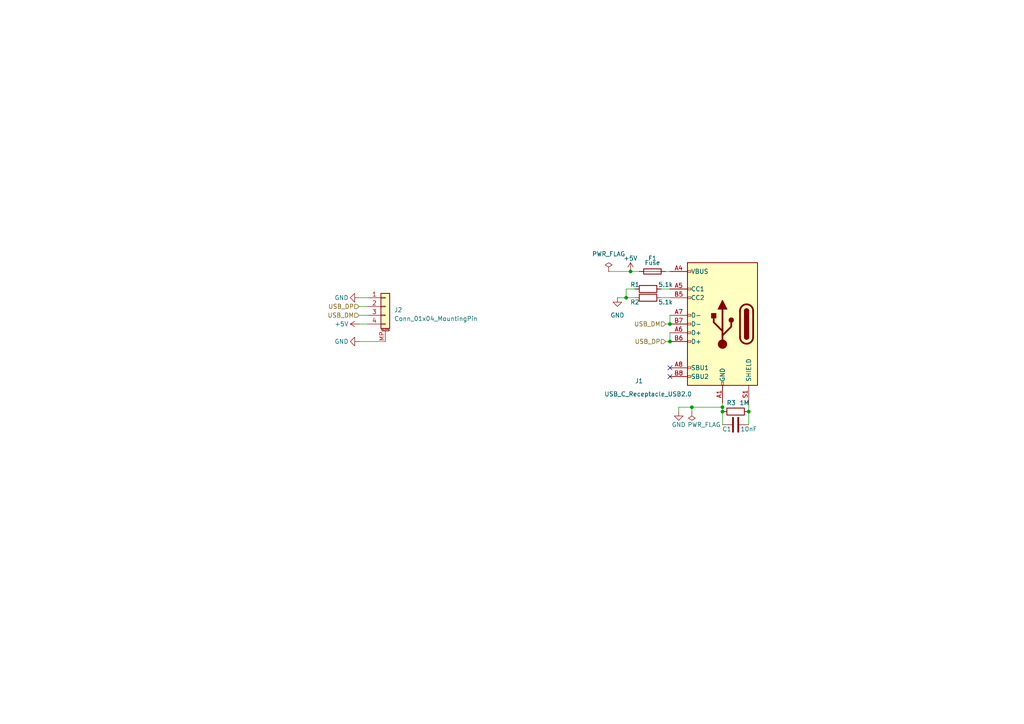
<source format=kicad_sch>
(kicad_sch (version 20230121) (generator eeschema)
  (paper "A4")
  (lib_symbols
    (symbol "Connector:USB_C_Receptacle_USB2.0" (pin_names (offset 1.016))
      (property "Reference" "J" (at -10.16 19.05 0))
      (property "Value" "USB_C_Receptacle_USB2.0" (at 19.05 19.05 0))
      (symbol "USB_C_Receptacle_USB2.0_0_0"
        (rectangle (start -0.254 -17.78) (end 0.254 -16.764))
        (rectangle (start 10.16 -14.986) (end 9.144 -15.494))
        (rectangle (start 10.16 -12.446) (end 9.144 -12.954))
        (rectangle (start 10.16 -4.826) (end 9.144 -5.334))
        (rectangle (start 10.16 -2.286) (end 9.144 -2.794))
        (rectangle (start 10.16 0.254) (end 9.144 -0.254))
        (rectangle (start 10.16 2.794) (end 9.144 2.286))
        (rectangle (start 10.16 7.874) (end 9.144 7.366))
        (rectangle (start 10.16 10.414) (end 9.144 9.906))
        (rectangle (start 10.16 15.494) (end 9.144 14.986))
      )
      (symbol "USB_C_Receptacle_USB2.0_0_1"
        (rectangle (start -10.16 17.78) (end 10.16 -17.78) (stroke (width 0.254)) (fill (type background)))
        (arc (start -8.89 -3.81) (mid -6.985 -5.7067) (end -5.08 -3.81) (stroke (width 0.508)))
        (arc (start -7.62 -3.81) (mid -6.985 -4.4423) (end -6.35 -3.81) (stroke (width 0.254)))
        (arc (start -7.62 -3.81) (mid -6.985 -4.4423) (end -6.35 -3.81) (stroke (width 0.254)) (fill (type outline)))
        (rectangle (start -7.62 -3.81) (end -6.35 3.81) (stroke (width 0.254)) (fill (type outline)))
        (arc (start -6.35 3.81) (mid -6.985 4.4423) (end -7.62 3.81) (stroke (width 0.254)))
        (arc (start -6.35 3.81) (mid -6.985 4.4423) (end -7.62 3.81) (stroke (width 0.254)) (fill (type outline)))
        (arc (start -5.08 3.81) (mid -6.985 5.7067) (end -8.89 3.81) (stroke (width 0.508)))
        (circle (center -2.54 1.143) (radius 0.635) (stroke (width 0.254)) (fill (type outline)))
        (circle (center 0 -5.842) (radius 1.27) (fill (type outline)))
        (polyline (pts (xy -8.89 -3.81) (xy -8.89 3.81)) (stroke (width 0.508)))
        (polyline (pts (xy -5.08 3.81) (xy -5.08 -3.81)) (stroke (width 0.508)))
        (polyline (pts (xy 0 -5.842) (xy 0 4.318)) (stroke (width 0.508)))
        (polyline (pts (xy 0 -3.302) (xy -2.54 -0.762) (xy -2.54 0.508)) (stroke (width 0.508)))
        (polyline (pts (xy 0 -2.032) (xy 2.54 0.508) (xy 2.54 1.778)) (stroke (width 0.508)))
        (polyline (pts (xy -1.27 4.318) (xy 0 6.858) (xy 1.27 4.318) (xy -1.27 4.318)) (stroke (width 0.254)) (fill (type outline)))
        (rectangle (start 1.905 1.778) (end 3.175 3.048) (stroke (width 0.254)) (fill (type outline)))
      )
      (symbol "USB_C_Receptacle_USB2.0_1_1"
        (pin passive line (at 0 -22.86 90) (length 5.08) (name "GND") (number "A1"))
        (pin passive line (at 0 -22.86 90) (length 5.08) hide (name "GND") (number "A12"))
        (pin passive line (at 15.24 15.24 180) (length 5.08) (name "VBUS") (number "A4"))
        (pin bidirectional line (at 15.24 10.16 180) (length 5.08) (name "CC1") (number "A5"))
        (pin bidirectional line (at 15.24 -2.54 180) (length 5.08) (name "D+") (number "A6"))
        (pin bidirectional line (at 15.24 2.54 180) (length 5.08) (name "D-") (number "A7"))
        (pin bidirectional line (at 15.24 -12.7 180) (length 5.08) (name "SBU1") (number "A8"))
        (pin passive line (at 15.24 15.24 180) (length 5.08) hide (name "VBUS") (number "A9"))
        (pin passive line (at 0 -22.86 90) (length 5.08) hide (name "GND") (number "B1"))
        (pin passive line (at 0 -22.86 90) (length 5.08) hide (name "GND") (number "B12"))
        (pin passive line (at 15.24 15.24 180) (length 5.08) hide (name "VBUS") (number "B4"))
        (pin bidirectional line (at 15.24 7.62 180) (length 5.08) (name "CC2") (number "B5"))
        (pin bidirectional line (at 15.24 -5.08 180) (length 5.08) (name "D+") (number "B6"))
        (pin bidirectional line (at 15.24 0 180) (length 5.08) (name "D-") (number "B7"))
        (pin bidirectional line (at 15.24 -15.24 180) (length 5.08) (name "SBU2") (number "B8"))
        (pin passive line (at 15.24 15.24 180) (length 5.08) hide (name "VBUS") (number "B9"))
        (pin passive line (at -7.62 -22.86 90) (length 5.08) (name "SHIELD") (number "S1"))
      )
    )
    (symbol "Connector_Generic_MountingPin:Conn_01x04_MountingPin" (pin_names (offset 1.016) hide)
      (property "Reference" "J" (at 0 5.08 0))
      (property "Value" "Conn_01x04_MountingPin" (at 1.27 -7.62 0))
      (symbol "Conn_01x04_MountingPin_1_1"
        (rectangle (start -1.27 -4.953) (end 0 -5.207) (stroke (width 0.1524)))
        (rectangle (start -1.27 -2.413) (end 0 -2.667) (stroke (width 0.1524)))
        (rectangle (start -1.27 0.127) (end 0 -0.127) (stroke (width 0.1524)))
        (rectangle (start -1.27 2.667) (end 0 2.413) (stroke (width 0.1524)))
        (rectangle (start -1.27 3.81) (end 1.27 -6.35) (stroke (width 0.254)) (fill (type background)))
        (polyline (pts (xy -1.016 -7.112) (xy 1.016 -7.112)) (stroke (width 0.1524)))
        (text "Mounting" (at 0 -6.731 0) (effects (font (size 0.381 0.381))))
        (pin passive line (at -5.08 2.54 0) (length 3.81) (name "Pin_1") (number "1"))
        (pin passive line (at -5.08 0 0) (length 3.81) (name "Pin_2") (number "2"))
        (pin passive line (at -5.08 -2.54 0) (length 3.81) (name "Pin_3") (number "3"))
        (pin passive line (at -5.08 -5.08 0) (length 3.81) (name "Pin_4") (number "4"))
        (pin passive line (at 0 -10.16 90) (length 3.048) (name "MountPin") (number "MP"))
      )
    )
    (symbol "Device:C" (pin_numbers hide) (pin_names (offset 0.254))
      (property "Reference" "C" (at 0.635 2.54 0))
      (property "Value" "C" (at 0.635 -2.54 0))
      (symbol "C_0_1"
        (polyline (pts (xy -2.032 -0.762) (xy 2.032 -0.762)) (stroke (width 0.508)))
        (polyline (pts (xy -2.032 0.762) (xy 2.032 0.762)) (stroke (width 0.508)))
      )
      (symbol "C_1_1"
        (pin passive line (at 0 3.81 270) (length 2.794) (name "~") (number "1"))
        (pin passive line (at 0 -3.81 90) (length 2.794) (name "~") (number "2"))
      )
    )
    (symbol "Device:Fuse" (pin_numbers hide) (pin_names (offset 0))
      (property "Reference" "F" (at 2.032 0 90))
      (property "Value" "Fuse" (at -1.905 0 90))
      (symbol "Fuse_0_1"
        (rectangle (start -0.762 -2.54) (end 0.762 2.54) (stroke (width 0.254)))
        (polyline (pts (xy 0 2.54) (xy 0 -2.54)))
      )
      (symbol "Fuse_1_1"
        (pin passive line (at 0 3.81 270) (length 1.27) (name "~") (number "1"))
        (pin passive line (at 0 -3.81 90) (length 1.27) (name "~") (number "2"))
      )
    )
    (symbol "Device:R" (pin_numbers hide) (pin_names (offset 0))
      (property "Reference" "R" (at 2.032 0 90))
      (property "Value" "R" (at 0 0 90))
      (symbol "R_0_1"
        (rectangle (start -1.016 -2.54) (end 1.016 2.54) (stroke (width 0.254)))
      )
      (symbol "R_1_1"
        (pin passive line (at 0 3.81 270) (length 1.27) (name "~") (number "1"))
        (pin passive line (at 0 -3.81 90) (length 1.27) (name "~") (number "2"))
      )
    )
    (symbol "power:+5V" (power) (pin_names (offset 0))
      (property "Value" "+5V" (at 0 3.556 0))
      (symbol "+5V_0_1"
        (polyline (pts (xy -0.762 1.27) (xy 0 2.54)))
        (polyline (pts (xy 0 0) (xy 0 2.54)))
        (polyline (pts (xy 0 2.54) (xy 0.762 1.27)))
      )
      (symbol "+5V_1_1"
        (pin power_in line (at 0 0 90) (length 0) hide (name "+5V") (number "1"))
      )
    )
    (symbol "power:GND" (power) (pin_names (offset 0))
      (property "Value" "GND" (at 0 -3.81 0))
      (symbol "GND_0_1"
        (polyline (pts (xy 0 0) (xy 0 -1.27) (xy 1.27 -1.27) (xy 0 -2.54) (xy -1.27 -1.27) (xy 0 -1.27)))
      )
      (symbol "GND_1_1"
        (pin power_in line (at 0 0 270) (length 0) hide (name "GND") (number "1"))
      )
    )
    (symbol "power:PWR_FLAG" (power) (pin_numbers hide) (pin_names (offset 0) hide)
      (property "Value" "PWR_FLAG" (at 0 3.81 0))
      (symbol "PWR_FLAG_0_0"
        (pin power_out line (at 0 0 90) (length 0) (name "pwr") (number "1"))
      )
      (symbol "PWR_FLAG_0_1"
        (polyline (pts (xy 0 0) (xy 0 1.27) (xy -1.016 1.905) (xy 0 2.54) (xy 1.016 1.905) (xy 0 1.27)))
      )
    )
  )
  (junction (at 181.61 86.36))
  (junction (at 217.17 119.38))
  (junction (at 194.31 99.06))
  (junction (at 200.66 118.11))
  (junction (at 194.31 93.98))
  (junction (at 209.55 119.38))
  (junction (at 182.88 78.74))
  (junction (at 209.55 118.11))
  (no_connect (at 194.31 109.22))
  (no_connect (at 194.31 106.68))
  (wire (pts (xy 182.88 78.74) (xy 185.42 78.74)))
  (wire (pts (xy 196.85 118.11) (xy 196.85 119.38)))
  (wire (pts (xy 200.66 118.11) (xy 196.85 118.11)))
  (wire (pts (xy 194.31 99.06) (xy 194.31 96.52)))
  (wire (pts (xy 191.77 86.36) (xy 194.31 86.36)))
  (wire (pts (xy 209.55 116.84) (xy 209.55 118.11)))
  (wire (pts (xy 217.17 116.84) (xy 217.17 119.38)))
  (wire (pts (xy 200.66 119.38) (xy 200.66 118.11)))
  (wire (pts (xy 184.15 83.82) (xy 181.61 83.82)))
  (wire (pts (xy 209.55 118.11) (xy 200.66 118.11)))
  (wire (pts (xy 104.14 91.44) (xy 106.68 91.44)))
  (wire (pts (xy 104.14 93.98) (xy 106.68 93.98)))
  (wire (pts (xy 194.31 93.98) (xy 194.31 91.44)))
  (wire (pts (xy 209.55 119.38) (xy 209.55 123.19)))
  (wire (pts (xy 193.04 93.98) (xy 194.31 93.98)))
  (wire (pts (xy 104.14 86.36) (xy 106.68 86.36)))
  (wire (pts (xy 181.61 86.36) (xy 184.15 86.36)))
  (wire (pts (xy 193.04 99.06) (xy 194.31 99.06)))
  (wire (pts (xy 104.14 88.9) (xy 106.68 88.9)))
  (wire (pts (xy 209.55 118.11) (xy 209.55 119.38)))
  (wire (pts (xy 179.07 86.36) (xy 181.61 86.36)))
  (wire (pts (xy 176.53 78.74) (xy 182.88 78.74)))
  (wire (pts (xy 217.17 119.38) (xy 217.17 123.19)))
  (wire (pts (xy 181.61 83.82) (xy 181.61 86.36)))
  (wire (pts (xy 193.04 78.74) (xy 194.31 78.74)))
  (wire (pts (xy 104.14 99.06) (xy 111.76 99.06)))
  (wire (pts (xy 191.77 83.82) (xy 194.31 83.82)))
  (hierarchical_label "USB_DP" (shape input) (at 104.14 88.9 180))
  (hierarchical_label "USB_DM" (shape input) (at 193.04 93.98 180))
  (hierarchical_label "USB_DM" (shape input) (at 104.14 91.44 180))
  (hierarchical_label "USB_DP" (shape input) (at 193.04 99.06 180))
  (symbol (lib_id "power:GND") (at 104.14 86.36 270) (unit 1)
    (property "Reference" "#PWR05" (effects hide))
    (property "Value" "GND" (at 99.06 86.36 90))
  )
  (symbol (lib_id "power:GND") (at 104.14 99.06 270) (unit 1)
    (property "Reference" "#PWR06" (effects hide))
    (property "Value" "GND" (at 99.06 99.06 90))
  )
  (symbol (lib_id "power:+5V") (at 104.14 93.98 90) (unit 1)
    (property "Reference" "#PWR04" (effects hide))
    (property "Value" "+5V" (at 99.06 93.98 90))
  )
  (symbol (lib_id "Connector_Generic_MountingPin:Conn_01x04_MountingPin") (at 111.76 88.9 0) (unit 1)
    (property "Reference" "J2" (at 114.3 89.8906 0) (effects (justify left)))
    (property "Value" "Conn_01x04_MountingPin" (at 114.3 92.4306 0) (effects (justify left)))
    (property "Footprint" "Connector_JST:JST_GH_SM04B-GHS-TB_1x04-1MP_P1.25mm_Horizontal" (effects hide))
  )
  (symbol (lib_id "power:+5V") (at 182.88 78.74 0) (unit 1)
    (property "Reference" "#PWR02" (effects hide))
    (property "Value" "+5V" (at 182.88 74.93 0))
  )
  (symbol (lib_id "Connector:USB_C_Receptacle_USB2.0") (at 209.55 93.98 0) (mirror y) (unit 1)
    (property "Reference" "J1" (at 184.15 110.49 0) (effects (justify right)))
    (property "Value" "USB_C_Receptacle_USB2.0" (at 175.26 114.3 0) (effects (justify right)))
    (property "Footprint" "Connector_USB:USB_C_Receptacle_HRO_TYPE-C-31-M-12" (effects hide))
    (property "Datasheet" "https://www.usb.org/sites/default/files/documents/usb_type-c.zip" (effects hide))
  )
  (symbol (lib_id "power:GND") (at 179.07 86.36 0) (unit 1)
    (property "Reference" "#PWR01" (effects hide))
    (property "Value" "GND" (at 179.07 91.44 0))
  )
  (symbol (lib_id "power:GND") (at 196.85 119.38 0) (unit 1)
    (property "Reference" "#PWR03" (effects hide))
    (property "Value" "GND" (at 196.85 123.19 0))
  )
  (symbol (lib_id "Device:Fuse") (at 189.23 78.74 90) (unit 1)
    (property "Reference" "F1" (at 189.23 74.93 90))
    (property "Value" "Fuse" (at 189.23 76.2 90))
    (property "Footprint" "Fuse:Fuse_1210_3225Metric" (effects hide))
  )
  (symbol (lib_id "power:PWR_FLAG") (at 176.53 78.74 0) (unit 1)
    (property "Reference" "#FLG01" (effects hide))
    (property "Value" "PWR_FLAG" (at 176.53 73.66 0))
  )
  (symbol (lib_id "Device:C") (at 213.36 123.19 90) (unit 1)
    (property "Reference" "C1" (at 210.82 124.46 90))
    (property "Value" "10nF" (at 217.17 124.46 90))
    (property "Footprint" "Capacitor_SMD:C_0603_1608Metric" (effects hide))
  )
  (symbol (lib_id "Device:R") (at 213.36 119.38 90) (unit 1)
    (property "Reference" "R3" (at 212.09 116.84 90))
    (property "Value" "1M" (at 215.9 116.84 90))
    (property "Footprint" "Resistor_SMD:R_0603_1608Metric" (effects hide))
  )
  (symbol (lib_id "Device:R") (at 187.96 83.82 90) (unit 1)
    (property "Reference" "R1" (at 184.15 82.55 90))
    (property "Value" "5.1k" (at 193.04 82.55 90))
    (property "Footprint" "Resistor_SMD:R_0603_1608Metric" (effects hide))
  )
  (symbol (lib_id "power:PWR_FLAG") (at 200.66 119.38 180) (unit 1)
    (property "Reference" "#FLG02" (effects hide))
    (property "Value" "PWR_FLAG" (at 199.39 123.19 0) (effects (justify right)))
  )
  (symbol (lib_id "Device:R") (at 187.96 86.36 90) (unit 1)
    (property "Reference" "R2" (at 184.15 87.63 90))
    (property "Value" "5.1k" (at 193.04 87.63 90))
    (property "Footprint" "Resistor_SMD:R_0603_1608Metric" (effects hide))
  )
)
</source>
